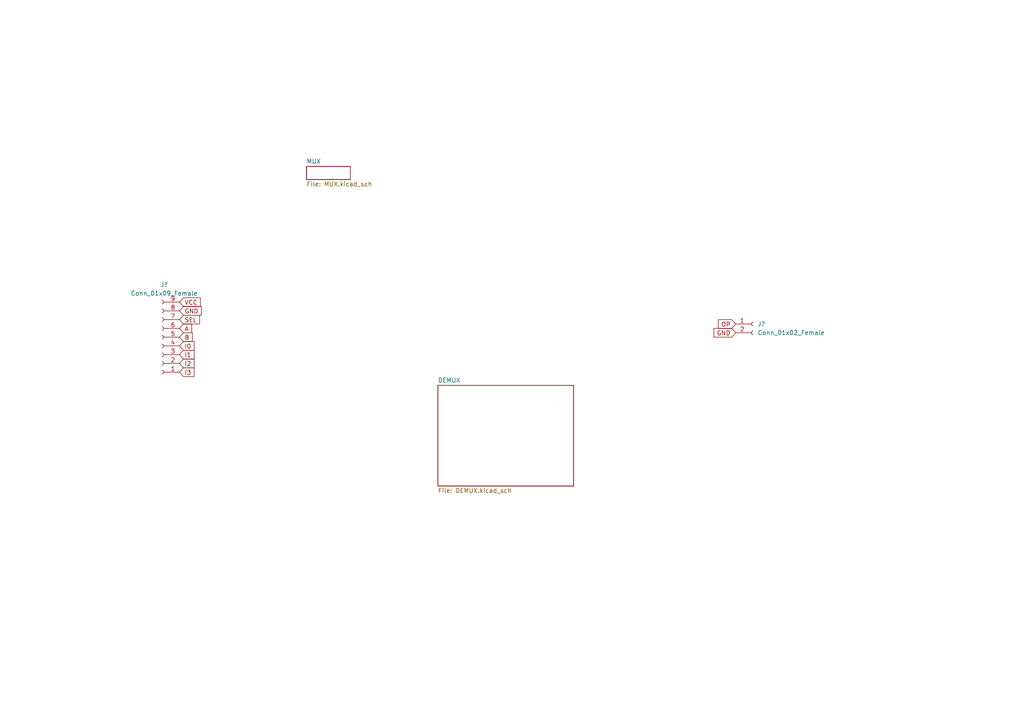
<source format=kicad_sch>
(kicad_sch (version 20211123) (generator eeschema)
  (paper "A4")
  (lib_symbols
    (symbol "Connector:Conn_01x02_Female" (pin_names (offset 1.016) hide)
      (property "Reference" "J" (at 0 2.54 0))
      (property "Value" "Conn_01x02_Female" (at 0 -5.08 0))
      (symbol "Conn_01x02_Female_1_1"
        (arc (start 0 -2.032) (mid -0.508 -2.54) (end 0 -3.048) (stroke (width 0.1524)))
        (polyline (pts (xy -1.27 -2.54) (xy -0.508 -2.54)) (stroke (width 0.1524)))
        (polyline (pts (xy -1.27 0) (xy -0.508 0)) (stroke (width 0.1524)))
        (arc (start 0 0.508) (mid -0.508 0) (end 0 -0.508) (stroke (width 0.1524)))
        (pin passive line (at -5.08 0 0) (length 3.81) (name "Pin_1") (number "1"))
        (pin passive line (at -5.08 -2.54 0) (length 3.81) (name "Pin_2") (number "2"))
      )
    )
    (symbol "Connector:Conn_01x09_Female" (pin_names (offset 1.016) hide)
      (property "Reference" "J" (at 0 12.7 0))
      (property "Value" "Conn_01x09_Female" (at 0 -12.7 0))
      (symbol "Conn_01x09_Female_1_1"
        (arc (start 0 -9.652) (mid -0.508 -10.16) (end 0 -10.668) (stroke (width 0.1524)))
        (arc (start 0 -7.112) (mid -0.508 -7.62) (end 0 -8.128) (stroke (width 0.1524)))
        (arc (start 0 -4.572) (mid -0.508 -5.08) (end 0 -5.588) (stroke (width 0.1524)))
        (arc (start 0 -2.032) (mid -0.508 -2.54) (end 0 -3.048) (stroke (width 0.1524)))
        (polyline (pts (xy -1.27 -10.16) (xy -0.508 -10.16)) (stroke (width 0.1524)))
        (polyline (pts (xy -1.27 -7.62) (xy -0.508 -7.62)) (stroke (width 0.1524)))
        (polyline (pts (xy -1.27 -5.08) (xy -0.508 -5.08)) (stroke (width 0.1524)))
        (polyline (pts (xy -1.27 -2.54) (xy -0.508 -2.54)) (stroke (width 0.1524)))
        (polyline (pts (xy -1.27 0) (xy -0.508 0)) (stroke (width 0.1524)))
        (polyline (pts (xy -1.27 2.54) (xy -0.508 2.54)) (stroke (width 0.1524)))
        (polyline (pts (xy -1.27 5.08) (xy -0.508 5.08)) (stroke (width 0.1524)))
        (polyline (pts (xy -1.27 7.62) (xy -0.508 7.62)) (stroke (width 0.1524)))
        (polyline (pts (xy -1.27 10.16) (xy -0.508 10.16)) (stroke (width 0.1524)))
        (arc (start 0 0.508) (mid -0.508 0) (end 0 -0.508) (stroke (width 0.1524)))
        (arc (start 0 3.048) (mid -0.508 2.54) (end 0 2.032) (stroke (width 0.1524)))
        (arc (start 0 5.588) (mid -0.508 5.08) (end 0 4.572) (stroke (width 0.1524)))
        (arc (start 0 8.128) (mid -0.508 7.62) (end 0 7.112) (stroke (width 0.1524)))
        (arc (start 0 10.668) (mid -0.508 10.16) (end 0 9.652) (stroke (width 0.1524)))
        (pin passive line (at -5.08 10.16 0) (length 3.81) (name "Pin_1") (number "1"))
        (pin passive line (at -5.08 7.62 0) (length 3.81) (name "Pin_2") (number "2"))
        (pin passive line (at -5.08 5.08 0) (length 3.81) (name "Pin_3") (number "3"))
        (pin passive line (at -5.08 2.54 0) (length 3.81) (name "Pin_4") (number "4"))
        (pin passive line (at -5.08 0 0) (length 3.81) (name "Pin_5") (number "5"))
        (pin passive line (at -5.08 -2.54 0) (length 3.81) (name "Pin_6") (number "6"))
        (pin passive line (at -5.08 -5.08 0) (length 3.81) (name "Pin_7") (number "7"))
        (pin passive line (at -5.08 -7.62 0) (length 3.81) (name "Pin_8") (number "8"))
        (pin passive line (at -5.08 -10.16 0) (length 3.81) (name "Pin_9") (number "9"))
      )
    )
  )
  (global_label "GND" (shape input) (at 52.07 90.17 0) (property "Intersheet References" "${INTERSHEET_REFS}" (effects hide)))
  (global_label "I3" (shape input) (at 52.07 107.95 0) (property "Intersheet References" "${INTERSHEET_REFS}" (effects hide)))
  (global_label "A" (shape input) (at 52.07 95.25 0) (property "Intersheet References" "${INTERSHEET_REFS}" (effects hide)))
  (global_label "I2" (shape input) (at 52.07 105.41 0) (property "Intersheet References" "${INTERSHEET_REFS}" (effects hide)))
  (global_label "SEL" (shape input) (at 52.07 92.71 0) (property "Intersheet References" "${INTERSHEET_REFS}" (effects hide)))
  (global_label "B" (shape input) (at 52.07 97.79 0) (property "Intersheet References" "${INTERSHEET_REFS}" (effects hide)))
  (global_label "VCC" (shape input) (at 52.07 87.63 0) (property "Intersheet References" "${INTERSHEET_REFS}" (effects hide)))
  (global_label "I1" (shape input) (at 52.07 102.87 0) (property "Intersheet References" "${INTERSHEET_REFS}" (effects hide)))
  (global_label "I0" (shape input) (at 52.07 100.33 0) (property "Intersheet References" "${INTERSHEET_REFS}" (effects hide)))
  (global_label "GND" (shape input) (at 213.36 96.52 180) (property "Intersheet References" "${INTERSHEET_REFS}" (effects hide)))
  (global_label "OP" (shape input) (at 213.36 93.98 180) (property "Intersheet References" "${INTERSHEET_REFS}" (effects hide)))
  (symbol (lib_id "Connector:Conn_01x02_Female") (at 218.44 93.98 0) (unit 1)
    (property "Reference" "J?" (at 219.71 93.9799 0) (effects (justify left)))
    (property "Value" "Conn_01x02_Female" (at 219.71 96.5199 0) (effects (justify left)))
  )
  (symbol (lib_id "Connector:Conn_01x09_Female") (at 46.99 97.79 180) (unit 1)
    (property "Reference" "J?" (at 47.625 82.55 0))
    (property "Value" "Conn_01x09_Female" (at 47.625 85.09 0))
  )
  (sheet (at 127 111.76) (size 39.37 29.21) (stroke (width 0.1524))
    (property "Sheet name" "DEMUX" (at 127 111.0484 0) (effects (justify left bottom)))
    (property "Sheet file" "DEMUX.kicad_sch" (at 127 141.5546 0) (effects (justify left top)))
  )
  (sheet (at 88.9 48.26) (size 12.7 3.81) (stroke (width 0.1524))
    (property "Sheet name" "MUX " (at 88.9 47.5484 0) (effects (justify left bottom)))
    (property "Sheet file" "MUX.kicad_sch" (at 88.9 52.6546 0) (effects (justify left top)))
  )
)
</source>
